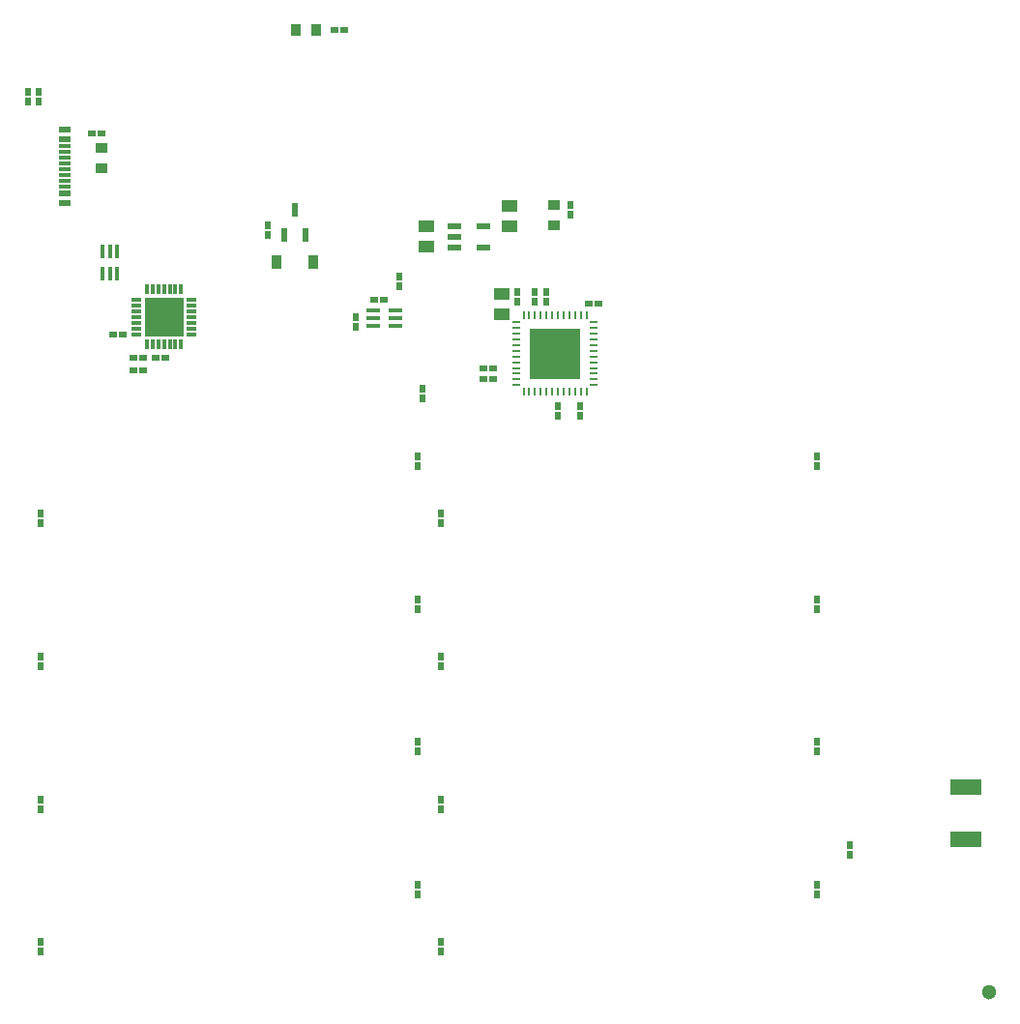
<source format=gbr>
%TF.GenerationSoftware,Altium Limited,Altium Designer,24.0.1 (36)*%
G04 Layer_Color=8421504*
%FSLAX45Y45*%
%MOMM*%
%TF.SameCoordinates,35AB2F61-03EE-4C9E-862A-60B4A91D9B88*%
%TF.FilePolarity,Positive*%
%TF.FileFunction,Paste,Top*%
%TF.Part,Single*%
G01*
G75*
%TA.AperFunction,SMDPad,CuDef*%
%ADD10R,4.50000X4.50000*%
%ADD11R,0.25000X0.68000*%
%ADD12R,0.68000X0.25000*%
G04:AMPARAMS|DCode=13|XSize=0.25mm|YSize=0.68mm|CornerRadius=0.00625mm|HoleSize=0mm|Usage=FLASHONLY|Rotation=90.000|XOffset=0mm|YOffset=0mm|HoleType=Round|Shape=RoundedRectangle|*
%AMROUNDEDRECTD13*
21,1,0.25000,0.66750,0,0,90.0*
21,1,0.23750,0.68000,0,0,90.0*
1,1,0.01250,0.33375,0.11875*
1,1,0.01250,0.33375,-0.11875*
1,1,0.01250,-0.33375,-0.11875*
1,1,0.01250,-0.33375,0.11875*
%
%ADD13ROUNDEDRECTD13*%
%ADD14R,0.40000X1.19000*%
%ADD15R,0.60000X0.65000*%
%ADD16R,1.00000X0.95000*%
%ADD17R,0.65000X0.60000*%
%ADD18R,1.19000X0.40000*%
%ADD19R,0.95000X0.30000*%
%ADD20R,0.30000X0.95000*%
%ADD21R,3.35000X3.35000*%
%ADD22R,1.40000X1.00000*%
%ADD23R,0.95000X1.00000*%
%ADD24R,1.21000X0.59000*%
%TA.AperFunction,ConnectorPad*%
%ADD25R,1.14000X0.60000*%
%ADD26R,1.14000X0.30000*%
%TA.AperFunction,SMDPad,CuDef*%
%ADD27R,2.70000X1.35000*%
%ADD28R,0.60000X1.20000*%
%ADD29R,0.91440X1.21920*%
%TA.AperFunction,WasherPad*%
%ADD35C,1.30000*%
D10*
X4977499Y6526001D02*
D03*
D11*
X5252499Y6189501D02*
D03*
X5052499D02*
D03*
X4902499D02*
D03*
X5102499D02*
D03*
X5152499D02*
D03*
X5202499D02*
D03*
X4702500D02*
D03*
X4752500D02*
D03*
X4802500D02*
D03*
X4852500D02*
D03*
X5002499D02*
D03*
X4952499D02*
D03*
Y6862500D02*
D03*
X4852500D02*
D03*
X4802500D02*
D03*
X4752500D02*
D03*
X5052499D02*
D03*
X4902499D02*
D03*
X5102499D02*
D03*
X5152499D02*
D03*
X5202499D02*
D03*
X4702500D02*
D03*
X5002499D02*
D03*
X5252499D02*
D03*
D12*
X5313999Y6251001D02*
D03*
Y6801000D02*
D03*
Y6751000D02*
D03*
Y6401001D02*
D03*
Y6451001D02*
D03*
Y6501001D02*
D03*
Y6601001D02*
D03*
Y6651000D02*
D03*
Y6701000D02*
D03*
Y6351001D02*
D03*
Y6301001D02*
D03*
X4641000Y6651000D02*
D03*
Y6601001D02*
D03*
Y6501001D02*
D03*
Y6551001D02*
D03*
Y6701000D02*
D03*
Y6751000D02*
D03*
Y6251001D02*
D03*
Y6301001D02*
D03*
Y6351001D02*
D03*
Y6401001D02*
D03*
Y6451001D02*
D03*
Y6801000D02*
D03*
D13*
X5313999Y6551001D02*
D03*
D14*
X1145248Y7421001D02*
D03*
X1080248D02*
D03*
X1015248D02*
D03*
Y7229001D02*
D03*
X1080248D02*
D03*
X1145248D02*
D03*
D15*
X5200000Y6067500D02*
D03*
Y5982500D02*
D03*
X5109400Y7745600D02*
D03*
Y7830600D02*
D03*
X3612500Y7202500D02*
D03*
Y7117500D02*
D03*
X3820000Y6135000D02*
D03*
Y6220000D02*
D03*
X3232500Y6845000D02*
D03*
Y6760000D02*
D03*
X360000Y8822500D02*
D03*
Y8737500D02*
D03*
X460000Y8822500D02*
D03*
Y8737500D02*
D03*
X4650000Y6982500D02*
D03*
Y7067500D02*
D03*
X5002500Y6067500D02*
D03*
Y5982500D02*
D03*
X4900000Y7067500D02*
D03*
Y6982500D02*
D03*
X4802500Y7067500D02*
D03*
Y6982500D02*
D03*
X7560000Y2222500D02*
D03*
Y2137500D02*
D03*
X2460000Y7567500D02*
D03*
Y7652500D02*
D03*
X3775000Y1790000D02*
D03*
Y1875000D02*
D03*
Y3040000D02*
D03*
Y3125000D02*
D03*
Y4290000D02*
D03*
Y4375000D02*
D03*
Y5540000D02*
D03*
Y5625000D02*
D03*
X475000Y1290000D02*
D03*
Y1375000D02*
D03*
Y2540000D02*
D03*
Y2625000D02*
D03*
Y3790000D02*
D03*
Y3875000D02*
D03*
Y5040000D02*
D03*
Y5125000D02*
D03*
X7275000Y1790000D02*
D03*
Y1875000D02*
D03*
Y3040000D02*
D03*
Y3125000D02*
D03*
Y4290000D02*
D03*
Y4375000D02*
D03*
Y5540000D02*
D03*
Y5625000D02*
D03*
X3975000Y1290000D02*
D03*
Y1375000D02*
D03*
Y2540000D02*
D03*
Y2625000D02*
D03*
Y3790000D02*
D03*
Y3875000D02*
D03*
Y5040000D02*
D03*
Y5125000D02*
D03*
D16*
X4969400Y7830600D02*
D03*
Y7650600D02*
D03*
X1005000Y8150000D02*
D03*
Y8330000D02*
D03*
D17*
X3480000Y6995000D02*
D03*
X3395000D02*
D03*
X1288340Y6489560D02*
D03*
X1373340D02*
D03*
X1568340D02*
D03*
X1483340D02*
D03*
X1373340Y6382060D02*
D03*
X1288340D02*
D03*
X1195840Y6697060D02*
D03*
X1110840D02*
D03*
X3134360Y9357360D02*
D03*
X3049360D02*
D03*
X5272500Y6965000D02*
D03*
X5357500D02*
D03*
X4350000Y6300000D02*
D03*
X4435000D02*
D03*
X4350000Y6400000D02*
D03*
X4435000D02*
D03*
X1002500Y8457500D02*
D03*
X917500D02*
D03*
D18*
X3580400Y6901100D02*
D03*
Y6836100D02*
D03*
Y6771100D02*
D03*
X3388400D02*
D03*
Y6836100D02*
D03*
Y6901100D02*
D03*
D19*
X1313340Y6997059D02*
D03*
Y6947060D02*
D03*
Y6897060D02*
D03*
Y6847060D02*
D03*
Y6797060D02*
D03*
Y6747060D02*
D03*
Y6697060D02*
D03*
X1793340D02*
D03*
Y6747060D02*
D03*
Y6797060D02*
D03*
Y6847060D02*
D03*
Y6897060D02*
D03*
Y6947060D02*
D03*
Y6997059D02*
D03*
D20*
X1403340Y6607060D02*
D03*
X1453340D02*
D03*
X1503340D02*
D03*
X1553340D02*
D03*
X1603340D02*
D03*
X1653340D02*
D03*
X1703340D02*
D03*
Y7087059D02*
D03*
X1653340D02*
D03*
X1603340D02*
D03*
X1553340D02*
D03*
X1503340D02*
D03*
X1453340D02*
D03*
X1403340D02*
D03*
D21*
X1553340Y6847059D02*
D03*
D22*
X4575000Y7645000D02*
D03*
Y7822800D02*
D03*
X4507500Y6872200D02*
D03*
Y7050000D02*
D03*
X3850000Y7461100D02*
D03*
Y7638900D02*
D03*
D23*
X2887640Y9357360D02*
D03*
X2707640D02*
D03*
D24*
X4350500Y7645000D02*
D03*
Y7455000D02*
D03*
X4099500D02*
D03*
Y7550000D02*
D03*
Y7645000D02*
D03*
D25*
X685000Y7847500D02*
D03*
Y7927500D02*
D03*
Y8407500D02*
D03*
Y8487500D02*
D03*
D26*
Y7992500D02*
D03*
Y8042500D02*
D03*
Y8092500D02*
D03*
Y8142500D02*
D03*
Y8342500D02*
D03*
Y8292500D02*
D03*
Y8242500D02*
D03*
Y8192500D02*
D03*
D27*
X8575000Y2727500D02*
D03*
Y2272500D02*
D03*
D28*
X2700000Y7785000D02*
D03*
X2795000Y7565000D02*
D03*
X2605000D02*
D03*
D29*
X2863830Y7325000D02*
D03*
X2536170D02*
D03*
D35*
X8777500Y935000D02*
D03*
%TF.MD5,9e74fd9336a932da0e5b6beef372276e*%
M02*

</source>
